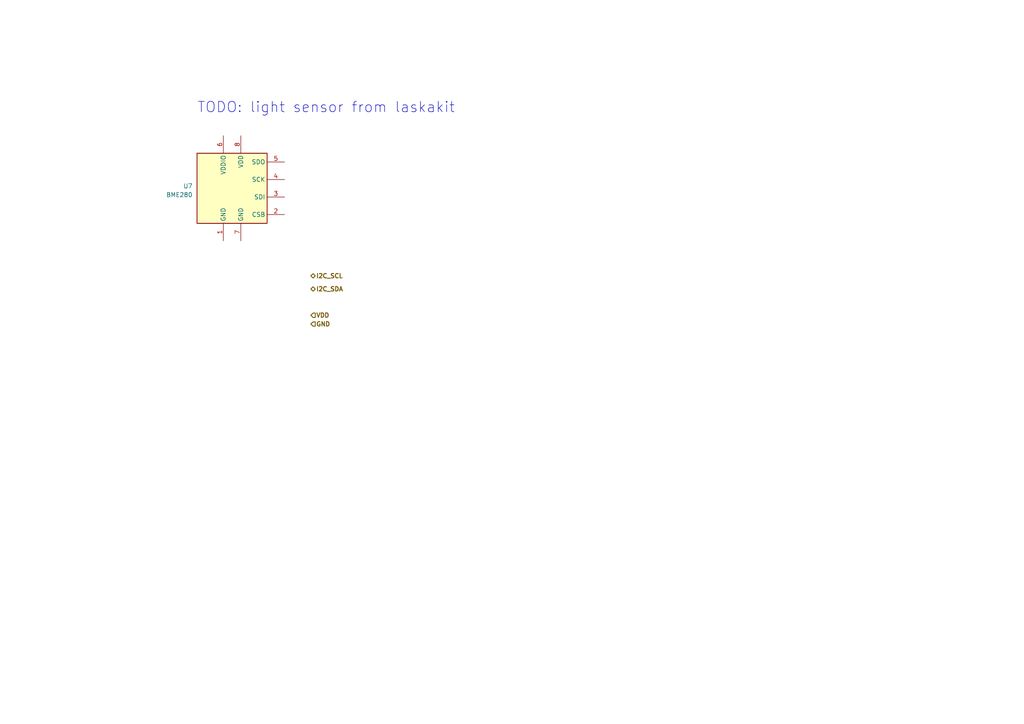
<source format=kicad_sch>
(kicad_sch (version 20230121) (generator eeschema)
  (paper "A4")
  (lib_symbols
    (symbol "Sensor:BME280"
      (property "Reference" "U" (at -8.89 11.43 0))
      (property "Value" "BME280" (at 7.62 11.43 0))
      (symbol "BME280_0_1"
        (rectangle (start -10.16 10.16) (end 10.16 -10.16) (stroke (width 0.254)) (fill (type background)))
      )
      (symbol "BME280_1_1"
        (pin power_in line (at -2.54 -15.24 90) (length 5.08) (name "GND") (number "1"))
        (pin input line (at 15.24 -7.62 180) (length 5.08) (name "CSB") (number "2"))
        (pin bidirectional line (at 15.24 -2.54 180) (length 5.08) (name "SDI") (number "3"))
        (pin input line (at 15.24 2.54 180) (length 5.08) (name "SCK") (number "4"))
        (pin bidirectional line (at 15.24 7.62 180) (length 5.08) (name "SDO") (number "5"))
        (pin power_in line (at -2.54 15.24 270) (length 5.08) (name "VDDIO") (number "6"))
        (pin power_in line (at 2.54 -15.24 90) (length 5.08) (name "GND") (number "7"))
        (pin power_in line (at 2.54 15.24 270) (length 5.08) (name "VDD") (number "8"))
      )
    )
  )
  (text "TODO: light sensor from laskakit" (at 57.15 33.02 0) (effects (font (size 3 3)) (justify left bottom)))
  (hierarchical_label "VDD" (shape input) (at 90.17 91.44 0) (effects (font bold)))
  (hierarchical_label "GND" (shape input) (at 90.17 93.98 0) (effects (font bold)))
  (hierarchical_label "I2C_SDA" (shape bidirectional) (at 90.17 83.82 0) (effects (font bold)))
  (hierarchical_label "I2C_SCL" (shape bidirectional) (at 90.17 80.01 0) (effects (font bold)))
  (symbol (lib_id "Sensor:BME280") (at 67.31 54.61 0) (unit 1)
    (property "Reference" "U7" (at 55.88 53.975 0) (effects (justify right)))
    (property "Value" "BME280" (at 55.88 56.515 0) (effects (justify right)))
    (property "Footprint" "Package_LGA:Bosch_LGA-8_2.5x2.5mm_P0.65mm_ClockwisePinNumbering" (effects hide))
    (property "Datasheet" "https://www.bosch-sensortec.com/media/boschsensortec/downloads/datasheets/bst-bme280-ds002.pdf" (effects hide))
  )
)
</source>
